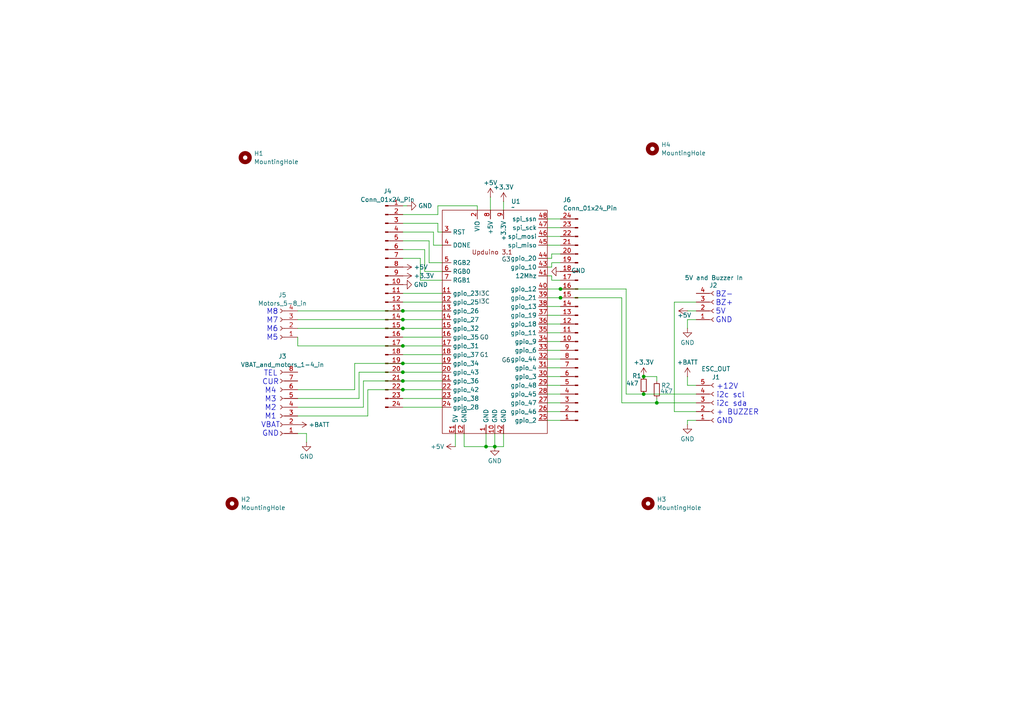
<source format=kicad_sch>
(kicad_sch (version 20231120) (generator "eeschema") (generator_version "8.0")
  (paper "A4")
  (lib_symbols
    (symbol "Connector:Conn_01x04_Socket" (pin_names (offset 1.016) hide)
      (property "Reference" "J" (at 0 5.08 0))
      (property "Value" "Conn_01x04_Socket" (at 0 -7.62 0))
      (symbol "Conn_01x04_Socket_1_1"
        (arc (start 0 -4.572) (mid -0.5058 -5.08) (end 0 -5.588) (stroke (width 0.1524)))
        (arc (start 0 -2.032) (mid -0.5058 -2.54) (end 0 -3.048) (stroke (width 0.1524)))
        (polyline (pts (xy -1.27 -5.08) (xy -0.508 -5.08)) (stroke (width 0.1524)))
        (polyline (pts (xy -1.27 -2.54) (xy -0.508 -2.54)) (stroke (width 0.1524)))
        (polyline (pts (xy -1.27 0) (xy -0.508 0)) (stroke (width 0.1524)))
        (polyline (pts (xy -1.27 2.54) (xy -0.508 2.54)) (stroke (width 0.1524)))
        (arc (start 0 0.508) (mid -0.5058 0) (end 0 -0.508) (stroke (width 0.1524)))
        (arc (start 0 3.048) (mid -0.5058 2.54) (end 0 2.032) (stroke (width 0.1524)))
        (pin passive line (at -5.08 2.54 0) (length 3.81) (name "Pin_1") (number "1"))
        (pin passive line (at -5.08 0 0) (length 3.81) (name "Pin_2") (number "2"))
        (pin passive line (at -5.08 -2.54 0) (length 3.81) (name "Pin_3") (number "3"))
        (pin passive line (at -5.08 -5.08 0) (length 3.81) (name "Pin_4") (number "4"))
      )
    )
    (symbol "Connector:Conn_01x05_Socket" (pin_names (offset 1.016) hide)
      (property "Reference" "J" (at 0 7.62 0))
      (property "Value" "Conn_01x05_Socket" (at 0 -7.62 0))
      (symbol "Conn_01x05_Socket_1_1"
        (arc (start 0 -4.572) (mid -0.5058 -5.08) (end 0 -5.588) (stroke (width 0.1524)))
        (arc (start 0 -2.032) (mid -0.5058 -2.54) (end 0 -3.048) (stroke (width 0.1524)))
        (polyline (pts (xy -1.27 -5.08) (xy -0.508 -5.08)) (stroke (width 0.1524)))
        (polyline (pts (xy -1.27 -2.54) (xy -0.508 -2.54)) (stroke (width 0.1524)))
        (polyline (pts (xy -1.27 0) (xy -0.508 0)) (stroke (width 0.1524)))
        (polyline (pts (xy -1.27 2.54) (xy -0.508 2.54)) (stroke (width 0.1524)))
        (polyline (pts (xy -1.27 5.08) (xy -0.508 5.08)) (stroke (width 0.1524)))
        (arc (start 0 0.508) (mid -0.5058 0) (end 0 -0.508) (stroke (width 0.1524)))
        (arc (start 0 3.048) (mid -0.5058 2.54) (end 0 2.032) (stroke (width 0.1524)))
        (arc (start 0 5.588) (mid -0.5058 5.08) (end 0 4.572) (stroke (width 0.1524)))
        (pin passive line (at -5.08 5.08 0) (length 3.81) (name "Pin_1") (number "1"))
        (pin passive line (at -5.08 2.54 0) (length 3.81) (name "Pin_2") (number "2"))
        (pin passive line (at -5.08 0 0) (length 3.81) (name "Pin_3") (number "3"))
        (pin passive line (at -5.08 -2.54 0) (length 3.81) (name "Pin_4") (number "4"))
        (pin passive line (at -5.08 -5.08 0) (length 3.81) (name "Pin_5") (number "5"))
      )
    )
    (symbol "Connector:Conn_01x08_Socket" (pin_names (offset 1.016) hide)
      (property "Reference" "J" (at 0 10.16 0))
      (property "Value" "Conn_01x08_Socket" (at 0 -12.7 0))
      (symbol "Conn_01x08_Socket_1_1"
        (arc (start 0 -9.652) (mid -0.5058 -10.16) (end 0 -10.668) (stroke (width 0.1524)))
        (arc (start 0 -7.112) (mid -0.5058 -7.62) (end 0 -8.128) (stroke (width 0.1524)))
        (arc (start 0 -4.572) (mid -0.5058 -5.08) (end 0 -5.588) (stroke (width 0.1524)))
        (arc (start 0 -2.032) (mid -0.5058 -2.54) (end 0 -3.048) (stroke (width 0.1524)))
        (polyline (pts (xy -1.27 -10.16) (xy -0.508 -10.16)) (stroke (width 0.1524)))
        (polyline (pts (xy -1.27 -7.62) (xy -0.508 -7.62)) (stroke (width 0.1524)))
        (polyline (pts (xy -1.27 -5.08) (xy -0.508 -5.08)) (stroke (width 0.1524)))
        (polyline (pts (xy -1.27 -2.54) (xy -0.508 -2.54)) (stroke (width 0.1524)))
        (polyline (pts (xy -1.27 0) (xy -0.508 0)) (stroke (width 0.1524)))
        (polyline (pts (xy -1.27 2.54) (xy -0.508 2.54)) (stroke (width 0.1524)))
        (polyline (pts (xy -1.27 5.08) (xy -0.508 5.08)) (stroke (width 0.1524)))
        (polyline (pts (xy -1.27 7.62) (xy -0.508 7.62)) (stroke (width 0.1524)))
        (arc (start 0 0.508) (mid -0.5058 0) (end 0 -0.508) (stroke (width 0.1524)))
        (arc (start 0 3.048) (mid -0.5058 2.54) (end 0 2.032) (stroke (width 0.1524)))
        (arc (start 0 5.588) (mid -0.5058 5.08) (end 0 4.572) (stroke (width 0.1524)))
        (arc (start 0 8.128) (mid -0.5058 7.62) (end 0 7.112) (stroke (width 0.1524)))
        (pin passive line (at -5.08 7.62 0) (length 3.81) (name "Pin_1") (number "1"))
        (pin passive line (at -5.08 5.08 0) (length 3.81) (name "Pin_2") (number "2"))
        (pin passive line (at -5.08 2.54 0) (length 3.81) (name "Pin_3") (number "3"))
        (pin passive line (at -5.08 0 0) (length 3.81) (name "Pin_4") (number "4"))
        (pin passive line (at -5.08 -2.54 0) (length 3.81) (name "Pin_5") (number "5"))
        (pin passive line (at -5.08 -5.08 0) (length 3.81) (name "Pin_6") (number "6"))
        (pin passive line (at -5.08 -7.62 0) (length 3.81) (name "Pin_7") (number "7"))
        (pin passive line (at -5.08 -10.16 0) (length 3.81) (name "Pin_8") (number "8"))
      )
    )
    (symbol "Connector:Conn_01x24_Pin" (pin_names (offset 1.016) hide)
      (property "Reference" "J" (at 0 30.48 0))
      (property "Value" "Conn_01x24_Pin" (at 0 -33.02 0))
      (symbol "Conn_01x24_Pin_1_1"
        (polyline (pts (xy 1.27 -30.48) (xy 0.8636 -30.48)) (stroke (width 0.1524)))
        (polyline (pts (xy 1.27 -27.94) (xy 0.8636 -27.94)) (stroke (width 0.1524)))
        (polyline (pts (xy 1.27 -25.4) (xy 0.8636 -25.4)) (stroke (width 0.1524)))
        (polyline (pts (xy 1.27 -22.86) (xy 0.8636 -22.86)) (stroke (width 0.1524)))
        (polyline (pts (xy 1.27 -20.32) (xy 0.8636 -20.32)) (stroke (width 0.1524)))
        (polyline (pts (xy 1.27 -17.78) (xy 0.8636 -17.78)) (stroke (width 0.1524)))
        (polyline (pts (xy 1.27 -15.24) (xy 0.8636 -15.24)) (stroke (width 0.1524)))
        (polyline (pts (xy 1.27 -12.7) (xy 0.8636 -12.7)) (stroke (width 0.1524)))
        (polyline (pts (xy 1.27 -10.16) (xy 0.8636 -10.16)) (stroke (width 0.1524)))
        (polyline (pts (xy 1.27 -7.62) (xy 0.8636 -7.62)) (stroke (width 0.1524)))
        (polyline (pts (xy 1.27 -5.08) (xy 0.8636 -5.08)) (stroke (width 0.1524)))
        (polyline (pts (xy 1.27 -2.54) (xy 0.8636 -2.54)) (stroke (width 0.1524)))
        (polyline (pts (xy 1.27 0) (xy 0.8636 0)) (stroke (width 0.1524)))
        (polyline (pts (xy 1.27 2.54) (xy 0.8636 2.54)) (stroke (width 0.1524)))
        (polyline (pts (xy 1.27 5.08) (xy 0.8636 5.08)) (stroke (width 0.1524)))
        (polyline (pts (xy 1.27 7.62) (xy 0.8636 7.62)) (stroke (width 0.1524)))
        (polyline (pts (xy 1.27 10.16) (xy 0.8636 10.16)) (stroke (width 0.1524)))
        (polyline (pts (xy 1.27 12.7) (xy 0.8636 12.7)) (stroke (width 0.1524)))
        (polyline (pts (xy 1.27 15.24) (xy 0.8636 15.24)) (stroke (width 0.1524)))
        (polyline (pts (xy 1.27 17.78) (xy 0.8636 17.78)) (stroke (width 0.1524)))
        (polyline (pts (xy 1.27 20.32) (xy 0.8636 20.32)) (stroke (width 0.1524)))
        (polyline (pts (xy 1.27 22.86) (xy 0.8636 22.86)) (stroke (width 0.1524)))
        (polyline (pts (xy 1.27 25.4) (xy 0.8636 25.4)) (stroke (width 0.1524)))
        (polyline (pts (xy 1.27 27.94) (xy 0.8636 27.94)) (stroke (width 0.1524)))
        (rectangle (start 0.8636 -30.353) (end 0 -30.607) (stroke (width 0.1524)) (fill (type outline)))
        (rectangle (start 0.8636 -27.813) (end 0 -28.067) (stroke (width 0.1524)) (fill (type outline)))
        (rectangle (start 0.8636 -25.273) (end 0 -25.527) (stroke (width 0.1524)) (fill (type outline)))
        (rectangle (start 0.8636 -22.733) (end 0 -22.987) (stroke (width 0.1524)) (fill (type outline)))
        (rectangle (start 0.8636 -20.193) (end 0 -20.447) (stroke (width 0.1524)) (fill (type outline)))
        (rectangle (start 0.8636 -17.653) (end 0 -17.907) (stroke (width 0.1524)) (fill (type outline)))
        (rectangle (start 0.8636 -15.113) (end 0 -15.367) (stroke (width 0.1524)) (fill (type outline)))
        (rectangle (start 0.8636 -12.573) (end 0 -12.827) (stroke (width 0.1524)) (fill (type outline)))
        (rectangle (start 0.8636 -10.033) (end 0 -10.287) (stroke (width 0.1524)) (fill (type outline)))
        (rectangle (start 0.8636 -7.493) (end 0 -7.747) (stroke (width 0.1524)) (fill (type outline)))
        (rectangle (start 0.8636 -4.953) (end 0 -5.207) (stroke (width 0.1524)) (fill (type outline)))
        (rectangle (start 0.8636 -2.413) (end 0 -2.667) (stroke (width 0.1524)) (fill (type outline)))
        (rectangle (start 0.8636 0.127) (end 0 -0.127) (stroke (width 0.1524)) (fill (type outline)))
        (rectangle (start 0.8636 2.667) (end 0 2.413) (stroke (width 0.1524)) (fill (type outline)))
        (rectangle (start 0.8636 5.207) (end 0 4.953) (stroke (width 0.1524)) (fill (type outline)))
        (rectangle (start 0.8636 7.747) (end 0 7.493) (stroke (width 0.1524)) (fill (type outline)))
        (rectangle (start 0.8636 10.287) (end 0 10.033) (stroke (width 0.1524)) (fill (type outline)))
        (rectangle (start 0.8636 12.827) (end 0 12.573) (stroke (width 0.1524)) (fill (type outline)))
        (rectangle (start 0.8636 15.367) (end 0 15.113) (stroke (width 0.1524)) (fill (type outline)))
        (rectangle (start 0.8636 17.907) (end 0 17.653) (stroke (width 0.1524)) (fill (type outline)))
        (rectangle (start 0.8636 20.447) (end 0 20.193) (stroke (width 0.1524)) (fill (type outline)))
        (rectangle (start 0.8636 22.987) (end 0 22.733) (stroke (width 0.1524)) (fill (type outline)))
        (rectangle (start 0.8636 25.527) (end 0 25.273) (stroke (width 0.1524)) (fill (type outline)))
        (rectangle (start 0.8636 28.067) (end 0 27.813) (stroke (width 0.1524)) (fill (type outline)))
        (pin passive line (at 5.08 27.94 180) (length 3.81) (name "Pin_1") (number "1"))
        (pin passive line (at 5.08 5.08 180) (length 3.81) (name "Pin_10") (number "10"))
        (pin passive line (at 5.08 2.54 180) (length 3.81) (name "Pin_11") (number "11"))
        (pin passive line (at 5.08 0 180) (length 3.81) (name "Pin_12") (number "12"))
        (pin passive line (at 5.08 -2.54 180) (length 3.81) (name "Pin_13") (number "13"))
        (pin passive line (at 5.08 -5.08 180) (length 3.81) (name "Pin_14") (number "14"))
        (pin passive line (at 5.08 -7.62 180) (length 3.81) (name "Pin_15") (number "15"))
        (pin passive line (at 5.08 -10.16 180) (length 3.81) (name "Pin_16") (number "16"))
        (pin passive line (at 5.08 -12.7 180) (length 3.81) (name "Pin_17") (number "17"))
        (pin passive line (at 5.08 -15.24 180) (length 3.81) (name "Pin_18") (number "18"))
        (pin passive line (at 5.08 -17.78 180) (length 3.81) (name "Pin_19") (number "19"))
        (pin passive line (at 5.08 25.4 180) (length 3.81) (name "Pin_2") (number "2"))
        (pin passive line (at 5.08 -20.32 180) (length 3.81) (name "Pin_20") (number "20"))
        (pin passive line (at 5.08 -22.86 180) (length 3.81) (name "Pin_21") (number "21"))
        (pin passive line (at 5.08 -25.4 180) (length 3.81) (name "Pin_22") (number "22"))
        (pin passive line (at 5.08 -27.94 180) (length 3.81) (name "Pin_23") (number "23"))
        (pin passive line (at 5.08 -30.48 180) (length 3.81) (name "Pin_24") (number "24"))
        (pin passive line (at 5.08 22.86 180) (length 3.81) (name "Pin_3") (number "3"))
        (pin passive line (at 5.08 20.32 180) (length 3.81) (name "Pin_4") (number "4"))
        (pin passive line (at 5.08 17.78 180) (length 3.81) (name "Pin_5") (number "5"))
        (pin passive line (at 5.08 15.24 180) (length 3.81) (name "Pin_6") (number "6"))
        (pin passive line (at 5.08 12.7 180) (length 3.81) (name "Pin_7") (number "7"))
        (pin passive line (at 5.08 10.16 180) (length 3.81) (name "Pin_8") (number "8"))
        (pin passive line (at 5.08 7.62 180) (length 3.81) (name "Pin_9") (number "9"))
      )
    )
    (symbol "Device:R_Small" (pin_numbers hide) (pin_names (offset 0.254) hide)
      (property "Reference" "R" (at 0.762 0.508 0))
      (property "Value" "R_Small" (at 0.762 -1.016 0))
      (symbol "R_Small_0_1"
        (rectangle (start -0.762 1.778) (end 0.762 -1.778) (stroke (width 0.2032)))
      )
      (symbol "R_Small_1_1"
        (pin passive line (at 0 2.54 270) (length 0.762) (name "~") (number "1"))
        (pin passive line (at 0 -2.54 90) (length 0.762) (name "~") (number "2"))
      )
    )
    (symbol "Mechanical:MountingHole" (pin_names (offset 1.016)) (exclude_from_sim yes) (in_bom no)
      (property "Reference" "H" (at 0 5.08 0))
      (property "Value" "MountingHole" (at 0 3.175 0))
      (symbol "MountingHole_0_1"
        (circle (center 0 0) (radius 1.27) (stroke (width 1.27)))
      )
    )
    (symbol "power:+3.3V" (power) (pin_numbers hide) (pin_names (offset 0) hide)
      (property "Value" "+3.3V" (at 0 3.556 0))
      (symbol "+3.3V_0_1"
        (polyline (pts (xy -0.762 1.27) (xy 0 2.54)))
        (polyline (pts (xy 0 0) (xy 0 2.54)))
        (polyline (pts (xy 0 2.54) (xy 0.762 1.27)))
      )
      (symbol "+3.3V_1_1"
        (pin power_in line (at 0 0 90) (length 0) (name "~") (number "1"))
      )
    )
    (symbol "power:+5V" (power) (pin_numbers hide) (pin_names (offset 0) hide)
      (property "Value" "+5V" (at 0 3.556 0))
      (symbol "+5V_0_1"
        (polyline (pts (xy -0.762 1.27) (xy 0 2.54)))
        (polyline (pts (xy 0 0) (xy 0 2.54)))
        (polyline (pts (xy 0 2.54) (xy 0.762 1.27)))
      )
      (symbol "+5V_1_1"
        (pin power_in line (at 0 0 90) (length 0) (name "~") (number "1"))
      )
    )
    (symbol "power:+BATT" (power) (pin_numbers hide) (pin_names (offset 0) hide)
      (property "Value" "+BATT" (at 0 3.556 0))
      (symbol "+BATT_0_1"
        (polyline (pts (xy -0.762 1.27) (xy 0 2.54)))
        (polyline (pts (xy 0 0) (xy 0 2.54)))
        (polyline (pts (xy 0 2.54) (xy 0.762 1.27)))
      )
      (symbol "+BATT_1_1"
        (pin power_in line (at 0 0 90) (length 0) (name "~") (number "1"))
      )
    )
    (symbol "power:GND" (power) (pin_numbers hide) (pin_names (offset 0) hide)
      (property "Value" "GND" (at 0 -3.81 0))
      (symbol "GND_0_1"
        (polyline (pts (xy 0 0) (xy 0 -1.27) (xy 1.27 -1.27) (xy 0 -2.54) (xy -1.27 -1.27) (xy 0 -1.27)))
      )
      (symbol "GND_1_1"
        (pin power_in line (at 0 0 270) (length 0) (name "~") (number "1"))
      )
    )
    (symbol "upduino_symbols:Upduino3.1"
      (property "Reference" "U" (at -14.732 30.48 0))
      (symbol "Upduino3.1_0_1"
        (rectangle (start -15.24 29.21) (end 15.24 -35.56))
      )
      (symbol "Upduino3.1_1_1"
        (text "G0" (at -3.048 -7.62 0) (effects (font (size 1.27 1.27))))
        (text "G1" (at -3.048 -12.7 0) (effects (font (size 1.27 1.27))))
        (text "G3" (at 3.302 14.986 0) (effects (font (size 1.27 1.27))))
        (text "G6" (at 3.302 -14.224 0) (effects (font (size 1.27 1.27))))
        (text "I3C" (at -3.048 2.794 0) (effects (font (size 1.27 1.27))))
        (text "I3C" (at -3.048 5.08 0) (effects (font (size 1.27 1.27))))
        (text "Upduino 3.1" (at -0.762 17.018 0) (effects (font (size 1.27 1.27))))
        (pin power_in line (at -2.54 -35.56 90) (length 2.54) (name "GND") (number "1"))
        (pin power_in line (at 0 -35.56 90) (length 2.54) (name "GND") (number "10"))
        (pin tri_state line (at -15.24 5.08 0) (length 2.54) (name "gpio_23") (number "11"))
        (pin tri_state line (at -15.24 2.54 0) (length 2.54) (name "gpio_25") (number "12"))
        (pin tri_state line (at -15.24 0 0) (length 2.54) (name "gpio_26") (number "13"))
        (pin tri_state line (at -15.24 -2.54 0) (length 2.54) (name "gpio_27") (number "14"))
        (pin tri_state line (at -15.24 -5.08 0) (length 2.54) (name "gpio_32") (number "15"))
        (pin tri_state line (at -15.24 -7.62 0) (length 2.54) (name "gpio_35") (number "16"))
        (pin tri_state line (at -15.24 -10.16 0) (length 2.54) (name "gpio_31") (number "17"))
        (pin tri_state line (at -15.24 -12.7 0) (length 2.54) (name "gpio_37") (number "18"))
        (pin tri_state line (at -15.24 -15.24 0) (length 2.54) (name "gpio_34") (number "19"))
        (pin power_in line (at -5.08 29.21 270) (length 2.54) (name "VIO") (number "2"))
        (pin tri_state line (at -15.24 -17.78 0) (length 2.54) (name "gpio_43") (number "20"))
        (pin tri_state line (at -15.24 -20.32 0) (length 2.54) (name "gpio_36") (number "21"))
        (pin tri_state line (at -15.24 -22.86 0) (length 2.54) (name "gpio_42") (number "22"))
        (pin tri_state line (at -15.24 -25.4 0) (length 2.54) (name "gpio_38") (number "23"))
        (pin tri_state line (at -15.24 -27.94 0) (length 2.54) (name "gpio_28") (number "24"))
        (pin tri_state line (at 15.24 -31.75 180) (length 2.54) (name "gpio_2") (number "25"))
        (pin tri_state line (at 15.24 -29.21 180) (length 2.54) (name "gpio_46") (number "26"))
        (pin tri_state line (at 15.24 -26.67 180) (length 2.54) (name "gpio_47") (number "27"))
        (pin tri_state line (at 15.24 -24.13 180) (length 2.54) (name "gpio_45") (number "28"))
        (pin tri_state line (at 15.24 -21.59 180) (length 2.54) (name "gpio_48") (number "29"))
        (pin input line (at -15.24 22.86 0) (length 2.54) (name "RST") (number "3"))
        (pin tri_state line (at 15.24 -19.05 180) (length 2.54) (name "gpio_3") (number "30"))
        (pin tri_state line (at 15.24 -16.51 180) (length 2.54) (name "gpio_4") (number "31"))
        (pin tri_state line (at 15.24 -13.97 180) (length 2.54) (name "gpio_44") (number "32"))
        (pin tri_state line (at 15.24 -11.43 180) (length 2.54) (name "gpio_6") (number "33"))
        (pin tri_state line (at 15.24 -8.89 180) (length 2.54) (name "gpio_9") (number "34"))
        (pin tri_state line (at 15.24 -6.35 180) (length 2.54) (name "gpio_11") (number "35"))
        (pin tri_state line (at 15.24 -3.81 180) (length 2.54) (name "gpio_18") (number "36"))
        (pin tri_state line (at 15.24 -1.27 180) (length 2.54) (name "gpio_19") (number "37"))
        (pin tri_state line (at 15.24 1.27 180) (length 2.54) (name "gpio_13") (number "38"))
        (pin tri_state line (at 15.24 3.81 180) (length 2.54) (name "gpio_21") (number "39"))
        (pin output line (at -15.24 19.05 0) (length 2.54) (name "DONE") (number "4"))
        (pin tri_state line (at 15.24 6.35 180) (length 2.54) (name "gpio_12") (number "40"))
        (pin output line (at 15.24 10.16 180) (length 2.54) (name "12Mhz") (number "41"))
        (pin power_in line (at 2.54 -35.56 90) (length 2.54) (name "GND") (number "42"))
        (pin tri_state line (at 15.24 12.7 180) (length 2.54) (name "gpio_10") (number "43"))
        (pin tri_state line (at 15.24 15.24 180) (length 2.54) (name "gpio_20") (number "44"))
        (pin input line (at 15.24 19.05 180) (length 2.54) (name "spi_miso") (number "45"))
        (pin output line (at 15.24 21.59 180) (length 2.54) (name "spi_mosi") (number "46"))
        (pin output line (at 15.24 24.13 180) (length 2.54) (name "spi_sck") (number "47"))
        (pin output line (at 15.24 26.67 180) (length 2.54) (name "spi_ssn") (number "48"))
        (pin output line (at -15.24 13.97 0) (length 2.54) (name "RGB2") (number "5"))
        (pin output line (at -15.24 11.43 0) (length 2.54) (name "RGB0") (number "6"))
        (pin output line (at -15.24 8.89 0) (length 2.54) (name "RGB1") (number "7"))
        (pin power_out line (at -1.27 29.21 270) (length 2.54) (name "+5V") (number "8"))
        (pin power_out line (at 2.54 29.21 270) (length 2.54) (name "+3.3V") (number "9"))
        (pin output line (at -11.43 -35.56 90) (length 2.54) (name "5V") (number "E1"))
        (pin output line (at -8.89 -35.56 90) (length 2.54) (name "GND") (number "E2"))
      )
    )
  )
  (junction (at 116.84 100.33))
  (junction (at 140.97 129.54))
  (junction (at 162.56 83.82))
  (junction (at 162.56 86.36))
  (junction (at 116.84 95.25))
  (junction (at 143.51 129.54))
  (junction (at 116.84 113.03))
  (junction (at 116.84 110.49))
  (junction (at 116.84 90.17))
  (junction (at 186.69 114.3))
  (junction (at 116.84 105.41))
  (junction (at 186.69 109.22))
  (junction (at 116.84 107.95))
  (junction (at 190.5 116.84))
  (junction (at 116.84 92.71))
  (wire (pts (xy 86.36 90.17) (xy 116.84 90.17)))
  (wire (pts (xy 123.19 72.39) (xy 123.19 78.74)))
  (wire (pts (xy 116.84 67.31) (xy 125.73 67.31)))
  (wire (pts (xy 180.34 116.84) (xy 190.5 116.84)))
  (wire (pts (xy 186.69 114.3) (xy 201.93 114.3)))
  (wire (pts (xy 102.87 113.03) (xy 102.87 105.41)))
  (wire (pts (xy 116.84 118.11) (xy 128.27 118.11)))
  (wire (pts (xy 104.14 115.57) (xy 104.14 107.95)))
  (wire (pts (xy 158.75 68.58) (xy 162.56 68.58)))
  (wire (pts (xy 158.75 109.22) (xy 162.56 109.22)))
  (wire (pts (xy 104.14 107.95) (xy 116.84 107.95)))
  (wire (pts (xy 105.41 118.11) (xy 105.41 110.49)))
  (wire (pts (xy 158.75 86.36) (xy 162.56 86.36)))
  (wire (pts (xy 127 59.69) (xy 127 62.23)))
  (wire (pts (xy 199.39 92.71) (xy 199.39 95.25)))
  (wire (pts (xy 146.05 125.73) (xy 146.05 129.54)))
  (wire (pts (xy 190.5 115.57) (xy 190.5 116.84)))
  (wire (pts (xy 195.58 119.38) (xy 201.93 119.38)))
  (wire (pts (xy 160.02 80.01) (xy 160.02 81.28)))
  (wire (pts (xy 116.84 87.63) (xy 128.27 87.63)))
  (wire (pts (xy 132.08 125.73) (xy 132.08 129.54)))
  (wire (pts (xy 134.62 129.54) (xy 140.97 129.54)))
  (wire (pts (xy 158.75 80.01) (xy 160.02 80.01)))
  (wire (pts (xy 158.75 71.12) (xy 162.56 71.12)))
  (wire (pts (xy 127 62.23) (xy 116.84 62.23)))
  (wire (pts (xy 116.84 100.33) (xy 128.27 100.33)))
  (wire (pts (xy 86.36 100.33) (xy 86.36 97.79)))
  (wire (pts (xy 181.61 83.82) (xy 181.61 114.3)))
  (wire (pts (xy 125.73 67.31) (xy 125.73 71.12)))
  (wire (pts (xy 116.84 95.25) (xy 128.27 95.25)))
  (wire (pts (xy 199.39 109.22) (xy 199.39 111.76)))
  (wire (pts (xy 140.97 129.54) (xy 143.51 129.54)))
  (wire (pts (xy 116.84 69.85) (xy 124.46 69.85)))
  (wire (pts (xy 106.68 120.65) (xy 106.68 113.03)))
  (wire (pts (xy 86.36 100.33) (xy 116.84 100.33)))
  (wire (pts (xy 106.68 113.03) (xy 116.84 113.03)))
  (wire (pts (xy 134.62 125.73) (xy 134.62 129.54)))
  (wire (pts (xy 158.75 119.38) (xy 162.56 119.38)))
  (wire (pts (xy 88.9 125.73) (xy 88.9 128.27)))
  (wire (pts (xy 158.75 74.93) (xy 160.02 74.93)))
  (wire (pts (xy 199.39 111.76) (xy 201.93 111.76)))
  (wire (pts (xy 86.36 92.71) (xy 116.84 92.71)))
  (wire (pts (xy 199.39 121.92) (xy 199.39 123.19)))
  (wire (pts (xy 190.5 116.84) (xy 201.93 116.84)))
  (wire (pts (xy 146.05 129.54) (xy 143.51 129.54)))
  (wire (pts (xy 102.87 105.41) (xy 116.84 105.41)))
  (wire (pts (xy 138.43 59.69) (xy 127 59.69)))
  (wire (pts (xy 158.75 106.68) (xy 162.56 106.68)))
  (wire (pts (xy 138.43 60.96) (xy 138.43 59.69)))
  (wire (pts (xy 116.84 110.49) (xy 128.27 110.49)))
  (wire (pts (xy 116.84 107.95) (xy 128.27 107.95)))
  (wire (pts (xy 158.75 114.3) (xy 162.56 114.3)))
  (wire (pts (xy 105.41 110.49) (xy 116.84 110.49)))
  (wire (pts (xy 146.05 58.42) (xy 146.05 60.96)))
  (wire (pts (xy 158.75 63.5) (xy 162.56 63.5)))
  (wire (pts (xy 116.84 105.41) (xy 128.27 105.41)))
  (wire (pts (xy 162.56 83.82) (xy 181.61 83.82)))
  (wire (pts (xy 160.02 73.66) (xy 162.56 73.66)))
  (wire (pts (xy 201.93 87.63) (xy 195.58 87.63)))
  (wire (pts (xy 158.75 116.84) (xy 162.56 116.84)))
  (wire (pts (xy 158.75 99.06) (xy 162.56 99.06)))
  (wire (pts (xy 181.61 114.3) (xy 186.69 114.3)))
  (wire (pts (xy 158.75 111.76) (xy 162.56 111.76)))
  (wire (pts (xy 158.75 77.47) (xy 160.02 77.47)))
  (wire (pts (xy 201.93 92.71) (xy 199.39 92.71)))
  (wire (pts (xy 102.87 113.03) (xy 86.36 113.03)))
  (wire (pts (xy 127 64.77) (xy 127 67.31)))
  (wire (pts (xy 158.75 93.98) (xy 162.56 93.98)))
  (wire (pts (xy 143.51 125.73) (xy 143.51 129.54)))
  (wire (pts (xy 86.36 95.25) (xy 116.84 95.25)))
  (wire (pts (xy 195.58 87.63) (xy 195.58 119.38)))
  (wire (pts (xy 124.46 69.85) (xy 124.46 76.2)))
  (wire (pts (xy 124.46 76.2) (xy 128.27 76.2)))
  (wire (pts (xy 160.02 74.93) (xy 160.02 73.66)))
  (wire (pts (xy 140.97 125.73) (xy 140.97 129.54)))
  (wire (pts (xy 158.75 104.14) (xy 162.56 104.14)))
  (wire (pts (xy 116.84 85.09) (xy 128.27 85.09)))
  (wire (pts (xy 116.84 64.77) (xy 127 64.77)))
  (wire (pts (xy 116.84 115.57) (xy 128.27 115.57)))
  (wire (pts (xy 86.36 125.73) (xy 88.9 125.73)))
  (wire (pts (xy 190.5 110.49) (xy 190.5 109.22)))
  (wire (pts (xy 158.75 121.92) (xy 162.56 121.92)))
  (wire (pts (xy 142.24 57.15) (xy 142.24 60.96)))
  (wire (pts (xy 158.75 83.82) (xy 162.56 83.82)))
  (wire (pts (xy 158.75 101.6) (xy 162.56 101.6)))
  (wire (pts (xy 127 67.31) (xy 128.27 67.31)))
  (wire (pts (xy 158.75 91.44) (xy 162.56 91.44)))
  (wire (pts (xy 158.75 88.9) (xy 162.56 88.9)))
  (wire (pts (xy 116.84 72.39) (xy 123.19 72.39)))
  (wire (pts (xy 160.02 77.47) (xy 160.02 76.2)))
  (wire (pts (xy 201.93 121.92) (xy 199.39 121.92)))
  (wire (pts (xy 123.19 78.74) (xy 128.27 78.74)))
  (wire (pts (xy 105.41 118.11) (xy 86.36 118.11)))
  (wire (pts (xy 190.5 109.22) (xy 186.69 109.22)))
  (wire (pts (xy 158.75 96.52) (xy 162.56 96.52)))
  (wire (pts (xy 121.92 74.93) (xy 121.92 81.28)))
  (wire (pts (xy 160.02 76.2) (xy 162.56 76.2)))
  (wire (pts (xy 162.56 86.36) (xy 180.34 86.36)))
  (wire (pts (xy 116.84 59.69) (xy 118.11 59.69)))
  (wire (pts (xy 106.68 120.65) (xy 86.36 120.65)))
  (wire (pts (xy 121.92 81.28) (xy 128.27 81.28)))
  (wire (pts (xy 116.84 90.17) (xy 128.27 90.17)))
  (wire (pts (xy 160.02 81.28) (xy 162.56 81.28)))
  (wire (pts (xy 116.84 74.93) (xy 121.92 74.93)))
  (wire (pts (xy 116.84 113.03) (xy 128.27 113.03)))
  (wire (pts (xy 116.84 102.87) (xy 128.27 102.87)))
  (wire (pts (xy 125.73 71.12) (xy 128.27 71.12)))
  (wire (pts (xy 116.84 92.71) (xy 128.27 92.71)))
  (wire (pts (xy 116.84 97.79) (xy 128.27 97.79)))
  (wire (pts (xy 158.75 66.04) (xy 162.56 66.04)))
  (wire (pts (xy 199.39 90.17) (xy 201.93 90.17)))
  (wire (pts (xy 104.14 115.57) (xy 86.36 115.57)))
  (wire (pts (xy 180.34 86.36) (xy 180.34 116.84)))
  (text "+12V\ni2c scl\ni2c sda\n+ BUZZER\nGND\n\n\n\n" (at 207.772 120.904 0) (effects (font (size 1.55 1.55)) (justify left)))
  (text "M8\nM7\nM6\nM5" (at 78.994 94.234 0) (effects (font (size 1.55 1.55))))
  (text "TEL\nCUR\nM4\nM3\nM2\nM1\nVBAT\nGND" (at 78.486 117.094 0) (effects (font (size 1.55 1.55))))
  (text "BZ-\nBZ+\n5V\nGND" (at 207.518 89.154 0) (effects (font (size 1.55 1.55)) (justify left)))
  (symbol (lib_id "Connector:Conn_01x24_Pin") (at 111.76 87.63 0) (unit 1)
    (property "Reference" "J4" (at 112.395 55.4693 0))
    (property "Value" "Conn_01x24_Pin" (at 112.395 57.8936 0))
    (property "Footprint" "Connector_PinHeader_2.54mm:PinHeader_1x24_P2.54mm_Vertical" (effects (hide yes)))
    (property "Description" "Generic connector, single row, 01x24, script generated" (effects (hide yes)))
  )
  (symbol (lib_id "Connector:Conn_01x24_Pin") (at 167.64 93.98 180) (unit 1)
    (property "Reference" "J6" (at 163.2712 57.9698 0) (effects (justify right)))
    (property "Value" "Conn_01x24_Pin" (at 163.2712 60.3941 0) (effects (justify right)))
    (property "Footprint" "Connector_PinHeader_2.54mm:PinHeader_1x24_P2.54mm_Vertical" (effects (hide yes)))
    (property "Description" "Generic connector, single row, 01x24, script generated" (effects (hide yes)))
  )
  (symbol (lib_id "Device:R_Small") (at 186.69 111.76 0) (unit 1)
    (property "Reference" "R1" (at 183.3626 109.0238 0) (effects (justify left)))
    (property "Value" "4k7" (at 181.5846 111.1941 0) (effects (justify left)))
    (property "Footprint" "Resistor_SMD:R_0603_1608Metric" (effects (hide yes)))
    (property "Description" "Resistor, small symbol" (effects (hide yes)))
  )
  (symbol (lib_id "Connector:Conn_01x08_Socket") (at 81.28 118.11 180) (unit 1)
    (property "Reference" "J3" (at 81.915 103.3483 0))
    (property "Value" "VBAT_and_motors_1-4_in" (at 81.915 105.7726 0))
    (property "Footprint" "Connector_JST:JST_SH_BM08B-SRSS-TB_1x08-1MP_P1.00mm_Vertical" (effects (hide yes)))
    (property "Description" "Generic connector, single row, 01x08, script generated" (effects (hide yes)))
  )
  (symbol (lib_id "power:GND") (at 162.56 78.74 270) (unit 1)
    (property "Reference" "#PWR016" (effects (hide yes)))
    (property "Value" "GND" (at 169.7991 78.486 90) (effects (justify right)))
    (property "Description" "Power symbol creates a global label with name \"GND\" , ground" (effects (hide yes)))
  )
  (symbol (lib_id "power:+5V") (at 199.39 90.17 90) (unit 1)
    (property "Reference" "#PWR05" (effects (hide yes)))
    (property "Value" "+5V" (at 200.5331 91.44 90) (effects (justify left)))
    (property "Description" "Power symbol creates a global label with name \"+5V\"" (effects (hide yes)))
  )
  (symbol (lib_id "power:GND") (at 88.9 128.27 0) (unit 1)
    (property "Reference" "#PWR02" (effects (hide yes)))
    (property "Value" "GND" (at 88.9 132.4031 0))
    (property "Description" "Power symbol creates a global label with name \"GND\" , ground" (effects (hide yes)))
  )
  (symbol (lib_id "upduino_symbols:Upduino3.1") (at 143.51 90.17 0) (unit 1)
    (property "Reference" "U1" (at 148.2441 58.4285 0) (effects (justify left)))
    (property "Value" "~" (at 148.2441 60.1099 0) (effects (justify left)))
    (property "Footprint" "Upduino_Footprints:Upduino 3.1" (effects (hide yes)))
  )
  (symbol (lib_id "power:GND") (at 118.11 59.69 90) (unit 1)
    (property "Reference" "#PWR012" (effects (hide yes)))
    (property "Value" "GND" (at 121.285 59.69 90) (effects (justify right)))
    (property "Description" "Power symbol creates a global label with name \"GND\" , ground" (effects (hide yes)))
  )
  (symbol (lib_id "power:GND") (at 199.39 95.25 0) (unit 1)
    (property "Reference" "#PWR04" (effects (hide yes)))
    (property "Value" "GND" (at 199.39 99.3831 0))
    (property "Description" "Power symbol creates a global label with name \"GND\" , ground" (effects (hide yes)))
  )
  (symbol (lib_id "power:GND") (at 116.84 82.55 90) (unit 1)
    (property "Reference" "#PWR015" (effects (hide yes)))
    (property "Value" "GND" (at 120.015 82.55 90) (effects (justify right)))
    (property "Description" "Power symbol creates a global label with name \"GND\" , ground" (effects (hide yes)))
  )
  (symbol (lib_id "power:+3.3V") (at 116.84 80.01 270) (unit 1)
    (property "Reference" "#PWR014" (effects (hide yes)))
    (property "Value" "+3.3V" (at 120.015 80.01 90) (effects (justify left)))
    (property "Description" "Power symbol creates a global label with name \"+3.3V\"" (effects (hide yes)))
  )
  (symbol (lib_id "Device:R_Small") (at 190.5 113.03 0) (unit 1)
    (property "Reference" "R2" (at 191.7446 111.8178 0) (effects (justify left)))
    (property "Value" "4k7" (at 191.4906 113.4801 0) (effects (justify left)))
    (property "Footprint" "Resistor_SMD:R_0603_1608Metric" (effects (hide yes)))
    (property "Description" "Resistor, small symbol" (effects (hide yes)))
  )
  (symbol (lib_id "Mechanical:MountingHole") (at 71.12 45.72 0) (unit 1) (exclude_from_sim yes) (in_bom no)
    (property "Reference" "H1" (at 73.66 44.5078 0) (effects (justify left)))
    (property "Value" "MountingHole" (at 73.66 46.9321 0) (effects (justify left)))
    (property "Footprint" "MountingHole:MountingHole_3.2mm_M3_Pad" (effects (hide yes)))
    (property "Description" "Mounting Hole without connection" (effects (hide yes)))
  )
  (symbol (lib_id "Mechanical:MountingHole") (at 187.96 146.05 0) (unit 1) (exclude_from_sim yes) (in_bom no)
    (property "Reference" "H3" (at 190.5 144.8378 0) (effects (justify left)))
    (property "Value" "MountingHole" (at 190.5 147.2621 0) (effects (justify left)))
    (property "Footprint" "MountingHole:MountingHole_3.2mm_M3_Pad" (effects (hide yes)))
    (property "Description" "Mounting Hole without connection" (effects (hide yes)))
  )
  (symbol (lib_id "power:+5V") (at 132.08 129.54 90) (unit 1)
    (property "Reference" "#PWR09" (effects (hide yes)))
    (property "Value" "+5V" (at 128.9051 129.54 90) (effects (justify left)))
    (property "Description" "Power symbol creates a global label with name \"+5V\"" (effects (hide yes)))
  )
  (symbol (lib_id "power:GND") (at 143.51 129.54 0) (unit 1)
    (property "Reference" "#PWR01" (effects (hide yes)))
    (property "Value" "GND" (at 143.51 133.6731 0))
    (property "Description" "Power symbol creates a global label with name \"GND\" , ground" (effects (hide yes)))
  )
  (symbol (lib_id "power:+3.3V") (at 186.69 109.22 0) (unit 1)
    (property "Reference" "#PWR010" (effects (hide yes)))
    (property "Value" "+3.3V" (at 186.69 105.0869 0))
    (property "Description" "Power symbol creates a global label with name \"+3.3V\"" (effects (hide yes)))
  )
  (symbol (lib_id "power:+5V") (at 142.24 57.15 0) (unit 1)
    (property "Reference" "#PWR08" (effects (hide yes)))
    (property "Value" "+5V" (at 142.24 53.0169 0))
    (property "Description" "Power symbol creates a global label with name \"+5V\"" (effects (hide yes)))
  )
  (symbol (lib_id "power:+BATT") (at 199.39 109.22 0) (unit 1)
    (property "Reference" "#PWR07" (effects (hide yes)))
    (property "Value" "+BATT" (at 199.39 105.0869 0))
    (property "Description" "Power symbol creates a global label with name \"+BATT\"" (effects (hide yes)))
  )
  (symbol (lib_id "Connector:Conn_01x04_Socket") (at 81.28 95.25 180) (unit 1)
    (property "Reference" "J5" (at 81.915 85.5683 0))
    (property "Value" "Motors_5-8_in" (at 81.915 87.9926 0))
    (property "Footprint" "Connector_JST:JST_SH_BM04B-SRSS-TB_1x04-1MP_P1.00mm_Vertical" (effects (hide yes)))
    (property "Description" "Generic connector, single row, 01x04, script generated" (effects (hide yes)))
  )
  (symbol (lib_id "Mechanical:MountingHole") (at 67.31 146.05 0) (unit 1) (exclude_from_sim yes) (in_bom no)
    (property "Reference" "H2" (at 69.85 144.8378 0) (effects (justify left)))
    (property "Value" "MountingHole" (at 69.85 147.2621 0) (effects (justify left)))
    (property "Footprint" "MountingHole:MountingHole_3.2mm_M3_Pad" (effects (hide yes)))
    (property "Description" "Mounting Hole without connection" (effects (hide yes)))
  )
  (symbol (lib_id "Mechanical:MountingHole") (at 189.23 43.18 0) (unit 1) (exclude_from_sim yes) (in_bom no)
    (property "Reference" "H4" (at 191.77 41.9678 0) (effects (justify left)))
    (property "Value" "MountingHole" (at 191.77 44.3921 0) (effects (justify left)))
    (property "Footprint" "MountingHole:MountingHole_3.2mm_M3_Pad" (effects (hide yes)))
    (property "Description" "Mounting Hole without connection" (effects (hide yes)))
  )
  (symbol (lib_id "power:+3.3V") (at 146.05 58.42 0) (unit 1)
    (property "Reference" "#PWR011" (effects (hide yes)))
    (property "Value" "+3.3V" (at 146.05 54.2869 0))
    (property "Description" "Power symbol creates a global label with name \"+3.3V\"" (effects (hide yes)))
  )
  (symbol (lib_id "power:GND") (at 199.39 123.19 0) (unit 1)
    (property "Reference" "#PWR06" (effects (hide yes)))
    (property "Value" "GND" (at 199.39 127.3231 0))
    (property "Description" "Power symbol creates a global label with name \"GND\" , ground" (effects (hide yes)))
  )
  (symbol (lib_id "Connector:Conn_01x04_Socket") (at 207.01 90.17 0) (mirror x) (unit 1)
    (property "Reference" "J2" (at 205.6892 82.7462 0) (effects (justify left)))
    (property "Value" "5V and Buzzer In" (at 198.5772 80.5759 0) (effects (justify left)))
    (property "Footprint" "Connector_JST:JST_SH_BM04B-SRSS-TB_1x04-1MP_P1.00mm_Vertical" (effects (hide yes)))
    (property "Description" "Generic connector, single row, 01x04, script generated" (effects (hide yes)))
  )
  (symbol (lib_id "power:+5V") (at 116.84 77.47 270) (unit 1)
    (property "Reference" "#PWR013" (effects (hide yes)))
    (property "Value" "+5V" (at 120.015 77.47 90) (effects (justify left)))
    (property "Description" "Power symbol creates a global label with name \"+5V\"" (effects (hide yes)))
  )
  (symbol (lib_id "power:+BATT") (at 86.36 123.19 270) (unit 1)
    (property "Reference" "#PWR03" (effects (hide yes)))
    (property "Value" "+BATT" (at 89.535 123.19 90) (effects (justify left)))
    (property "Description" "Power symbol creates a global label with name \"+BATT\"" (effects (hide yes)))
  )
  (symbol (lib_id "Connector:Conn_01x05_Socket") (at 207.01 116.84 0) (mirror x) (unit 1)
    (property "Reference" "J1" (at 206.4512 109.4162 0) (effects (justify left)))
    (property "Value" "ESC_OUT" (at 203.4032 106.9919 0) (effects (justify left)))
    (property "Footprint" "Connector_Molex:Molex_PicoBlade_53261-0571_1x05-1MP_P1.25mm_Horizontal" (effects (hide yes)))
    (property "Description" "Generic connector, single row, 01x05, script generated" (effects (hide yes)))
  )
)
</source>
